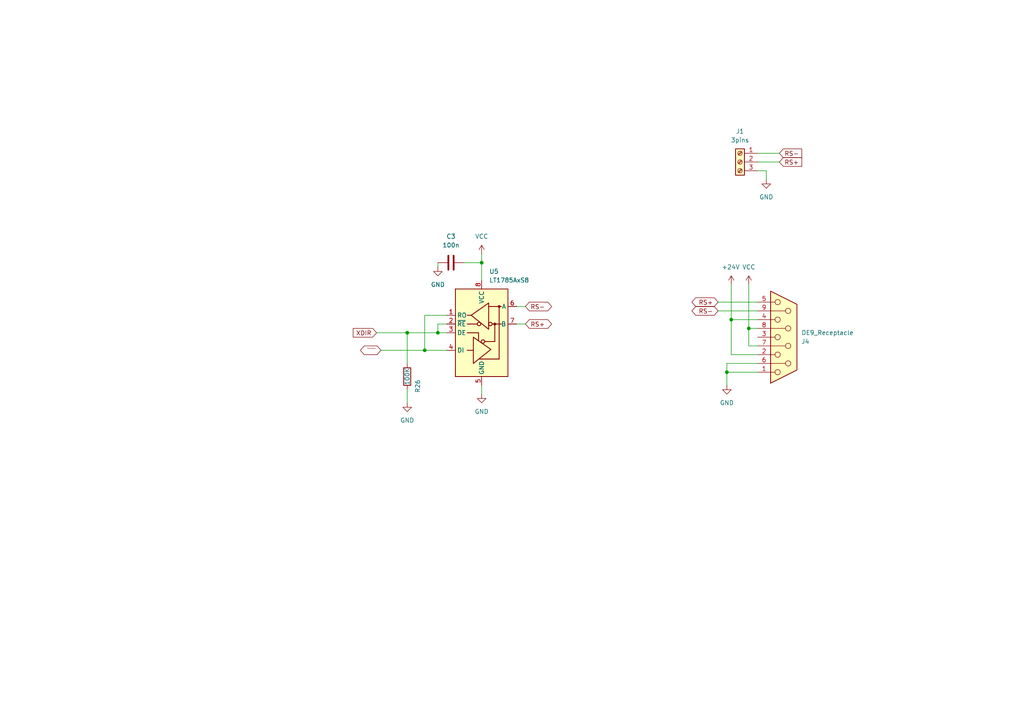
<source format=kicad_sch>
(kicad_sch
	(version 20231120)
	(generator "eeschema")
	(generator_version "8.0")
	(uuid "b64f4c96-578b-466d-be38-bb3f1d7d9728")
	(paper "A4")
	(lib_symbols
		(symbol "Connector:DE9_Receptacle"
			(pin_names
				(offset 1.016) hide)
			(exclude_from_sim no)
			(in_bom yes)
			(on_board yes)
			(property "Reference" "J"
				(at 0 13.97 0)
				(effects
					(font
						(size 1.27 1.27)
					)
				)
			)
			(property "Value" "DE9_Receptacle"
				(at 0 -14.605 0)
				(effects
					(font
						(size 1.27 1.27)
					)
				)
			)
			(property "Footprint" ""
				(at 0 0 0)
				(effects
					(font
						(size 1.27 1.27)
					)
					(hide yes)
				)
			)
			(property "Datasheet" "~"
				(at 0 0 0)
				(effects
					(font
						(size 1.27 1.27)
					)
					(hide yes)
				)
			)
			(property "Description" "9-pin female receptacle socket D-SUB connector"
				(at 0 0 0)
				(effects
					(font
						(size 1.27 1.27)
					)
					(hide yes)
				)
			)
			(property "ki_keywords" "connector receptacle female D-SUB DB9"
				(at 0 0 0)
				(effects
					(font
						(size 1.27 1.27)
					)
					(hide yes)
				)
			)
			(property "ki_fp_filters" "DSUB*Female*"
				(at 0 0 0)
				(effects
					(font
						(size 1.27 1.27)
					)
					(hide yes)
				)
			)
			(symbol "DE9_Receptacle_0_1"
				(circle
					(center -1.778 -10.16)
					(radius 0.762)
					(stroke
						(width 0)
						(type default)
					)
					(fill
						(type none)
					)
				)
				(circle
					(center -1.778 -5.08)
					(radius 0.762)
					(stroke
						(width 0)
						(type default)
					)
					(fill
						(type none)
					)
				)
				(circle
					(center -1.778 0)
					(radius 0.762)
					(stroke
						(width 0)
						(type default)
					)
					(fill
						(type none)
					)
				)
				(circle
					(center -1.778 5.08)
					(radius 0.762)
					(stroke
						(width 0)
						(type default)
					)
					(fill
						(type none)
					)
				)
				(circle
					(center -1.778 10.16)
					(radius 0.762)
					(stroke
						(width 0)
						(type default)
					)
					(fill
						(type none)
					)
				)
				(polyline
					(pts
						(xy -3.81 -10.16) (xy -2.54 -10.16)
					)
					(stroke
						(width 0)
						(type default)
					)
					(fill
						(type none)
					)
				)
				(polyline
					(pts
						(xy -3.81 -7.62) (xy 0.508 -7.62)
					)
					(stroke
						(width 0)
						(type default)
					)
					(fill
						(type none)
					)
				)
				(polyline
					(pts
						(xy -3.81 -5.08) (xy -2.54 -5.08)
					)
					(stroke
						(width 0)
						(type default)
					)
					(fill
						(type none)
					)
				)
				(polyline
					(pts
						(xy -3.81 -2.54) (xy 0.508 -2.54)
					)
					(stroke
						(width 0)
						(type default)
					)
					(fill
						(type none)
					)
				)
				(polyline
					(pts
						(xy -3.81 0) (xy -2.54 0)
					)
					(stroke
						(width 0)
						(type default)
					)
					(fill
						(type none)
					)
				)
				(polyline
					(pts
						(xy -3.81 2.54) (xy 0.508 2.54)
					)
					(stroke
						(width 0)
						(type default)
					)
					(fill
						(type none)
					)
				)
				(polyline
					(pts
						(xy -3.81 5.08) (xy -2.54 5.08)
					)
					(stroke
						(width 0)
						(type default)
					)
					(fill
						(type none)
					)
				)
				(polyline
					(pts
						(xy -3.81 7.62) (xy 0.508 7.62)
					)
					(stroke
						(width 0)
						(type default)
					)
					(fill
						(type none)
					)
				)
				(polyline
					(pts
						(xy -3.81 10.16) (xy -2.54 10.16)
					)
					(stroke
						(width 0)
						(type default)
					)
					(fill
						(type none)
					)
				)
				(polyline
					(pts
						(xy -3.81 13.335) (xy -3.81 -13.335) (xy 3.81 -9.525) (xy 3.81 9.525) (xy -3.81 13.335)
					)
					(stroke
						(width 0.254)
						(type default)
					)
					(fill
						(type background)
					)
				)
				(circle
					(center 1.27 -7.62)
					(radius 0.762)
					(stroke
						(width 0)
						(type default)
					)
					(fill
						(type none)
					)
				)
				(circle
					(center 1.27 -2.54)
					(radius 0.762)
					(stroke
						(width 0)
						(type default)
					)
					(fill
						(type none)
					)
				)
				(circle
					(center 1.27 2.54)
					(radius 0.762)
					(stroke
						(width 0)
						(type default)
					)
					(fill
						(type none)
					)
				)
				(circle
					(center 1.27 7.62)
					(radius 0.762)
					(stroke
						(width 0)
						(type default)
					)
					(fill
						(type none)
					)
				)
			)
			(symbol "DE9_Receptacle_1_1"
				(pin passive line
					(at -7.62 10.16 0)
					(length 3.81)
					(name "1"
						(effects
							(font
								(size 1.27 1.27)
							)
						)
					)
					(number "1"
						(effects
							(font
								(size 1.27 1.27)
							)
						)
					)
				)
				(pin passive line
					(at -7.62 5.08 0)
					(length 3.81)
					(name "2"
						(effects
							(font
								(size 1.27 1.27)
							)
						)
					)
					(number "2"
						(effects
							(font
								(size 1.27 1.27)
							)
						)
					)
				)
				(pin passive line
					(at -7.62 0 0)
					(length 3.81)
					(name "3"
						(effects
							(font
								(size 1.27 1.27)
							)
						)
					)
					(number "3"
						(effects
							(font
								(size 1.27 1.27)
							)
						)
					)
				)
				(pin passive line
					(at -7.62 -5.08 0)
					(length 3.81)
					(name "4"
						(effects
							(font
								(size 1.27 1.27)
							)
						)
					)
					(number "4"
						(effects
							(font
								(size 1.27 1.27)
							)
						)
					)
				)
				(pin passive line
					(at -7.62 -10.16 0)
					(length 3.81)
					(name "5"
						(effects
							(font
								(size 1.27 1.27)
							)
						)
					)
					(number "5"
						(effects
							(font
								(size 1.27 1.27)
							)
						)
					)
				)
				(pin passive line
					(at -7.62 7.62 0)
					(length 3.81)
					(name "6"
						(effects
							(font
								(size 1.27 1.27)
							)
						)
					)
					(number "6"
						(effects
							(font
								(size 1.27 1.27)
							)
						)
					)
				)
				(pin passive line
					(at -7.62 2.54 0)
					(length 3.81)
					(name "7"
						(effects
							(font
								(size 1.27 1.27)
							)
						)
					)
					(number "7"
						(effects
							(font
								(size 1.27 1.27)
							)
						)
					)
				)
				(pin passive line
					(at -7.62 -2.54 0)
					(length 3.81)
					(name "8"
						(effects
							(font
								(size 1.27 1.27)
							)
						)
					)
					(number "8"
						(effects
							(font
								(size 1.27 1.27)
							)
						)
					)
				)
				(pin passive line
					(at -7.62 -7.62 0)
					(length 3.81)
					(name "9"
						(effects
							(font
								(size 1.27 1.27)
							)
						)
					)
					(number "9"
						(effects
							(font
								(size 1.27 1.27)
							)
						)
					)
				)
			)
		)
		(symbol "Connector:Screw_Terminal_01x03"
			(pin_names
				(offset 1.016) hide)
			(exclude_from_sim no)
			(in_bom yes)
			(on_board yes)
			(property "Reference" "J"
				(at 0 5.08 0)
				(effects
					(font
						(size 1.27 1.27)
					)
				)
			)
			(property "Value" "Screw_Terminal_01x03"
				(at 0 -5.08 0)
				(effects
					(font
						(size 1.27 1.27)
					)
				)
			)
			(property "Footprint" ""
				(at 0 0 0)
				(effects
					(font
						(size 1.27 1.27)
					)
					(hide yes)
				)
			)
			(property "Datasheet" "~"
				(at 0 0 0)
				(effects
					(font
						(size 1.27 1.27)
					)
					(hide yes)
				)
			)
			(property "Description" "Generic screw terminal, single row, 01x03, script generated (kicad-library-utils/schlib/autogen/connector/)"
				(at 0 0 0)
				(effects
					(font
						(size 1.27 1.27)
					)
					(hide yes)
				)
			)
			(property "ki_keywords" "screw terminal"
				(at 0 0 0)
				(effects
					(font
						(size 1.27 1.27)
					)
					(hide yes)
				)
			)
			(property "ki_fp_filters" "TerminalBlock*:*"
				(at 0 0 0)
				(effects
					(font
						(size 1.27 1.27)
					)
					(hide yes)
				)
			)
			(symbol "Screw_Terminal_01x03_1_1"
				(rectangle
					(start -1.27 3.81)
					(end 1.27 -3.81)
					(stroke
						(width 0.254)
						(type default)
					)
					(fill
						(type background)
					)
				)
				(circle
					(center 0 -2.54)
					(radius 0.635)
					(stroke
						(width 0.1524)
						(type default)
					)
					(fill
						(type none)
					)
				)
				(polyline
					(pts
						(xy -0.5334 -2.2098) (xy 0.3302 -3.048)
					)
					(stroke
						(width 0.1524)
						(type default)
					)
					(fill
						(type none)
					)
				)
				(polyline
					(pts
						(xy -0.5334 0.3302) (xy 0.3302 -0.508)
					)
					(stroke
						(width 0.1524)
						(type default)
					)
					(fill
						(type none)
					)
				)
				(polyline
					(pts
						(xy -0.5334 2.8702) (xy 0.3302 2.032)
					)
					(stroke
						(width 0.1524)
						(type default)
					)
					(fill
						(type none)
					)
				)
				(polyline
					(pts
						(xy -0.3556 -2.032) (xy 0.508 -2.8702)
					)
					(stroke
						(width 0.1524)
						(type default)
					)
					(fill
						(type none)
					)
				)
				(polyline
					(pts
						(xy -0.3556 0.508) (xy 0.508 -0.3302)
					)
					(stroke
						(width 0.1524)
						(type default)
					)
					(fill
						(type none)
					)
				)
				(polyline
					(pts
						(xy -0.3556 3.048) (xy 0.508 2.2098)
					)
					(stroke
						(width 0.1524)
						(type default)
					)
					(fill
						(type none)
					)
				)
				(circle
					(center 0 0)
					(radius 0.635)
					(stroke
						(width 0.1524)
						(type default)
					)
					(fill
						(type none)
					)
				)
				(circle
					(center 0 2.54)
					(radius 0.635)
					(stroke
						(width 0.1524)
						(type default)
					)
					(fill
						(type none)
					)
				)
				(pin passive line
					(at -5.08 2.54 0)
					(length 3.81)
					(name "Pin_1"
						(effects
							(font
								(size 1.27 1.27)
							)
						)
					)
					(number "1"
						(effects
							(font
								(size 1.27 1.27)
							)
						)
					)
				)
				(pin passive line
					(at -5.08 0 0)
					(length 3.81)
					(name "Pin_2"
						(effects
							(font
								(size 1.27 1.27)
							)
						)
					)
					(number "2"
						(effects
							(font
								(size 1.27 1.27)
							)
						)
					)
				)
				(pin passive line
					(at -5.08 -2.54 0)
					(length 3.81)
					(name "Pin_3"
						(effects
							(font
								(size 1.27 1.27)
							)
						)
					)
					(number "3"
						(effects
							(font
								(size 1.27 1.27)
							)
						)
					)
				)
			)
		)
		(symbol "Device:C"
			(pin_numbers hide)
			(pin_names
				(offset 0.254)
			)
			(exclude_from_sim no)
			(in_bom yes)
			(on_board yes)
			(property "Reference" "C"
				(at 0.635 2.54 0)
				(effects
					(font
						(size 1.27 1.27)
					)
					(justify left)
				)
			)
			(property "Value" "C"
				(at 0.635 -2.54 0)
				(effects
					(font
						(size 1.27 1.27)
					)
					(justify left)
				)
			)
			(property "Footprint" ""
				(at 0.9652 -3.81 0)
				(effects
					(font
						(size 1.27 1.27)
					)
					(hide yes)
				)
			)
			(property "Datasheet" "~"
				(at 0 0 0)
				(effects
					(font
						(size 1.27 1.27)
					)
					(hide yes)
				)
			)
			(property "Description" "Unpolarized capacitor"
				(at 0 0 0)
				(effects
					(font
						(size 1.27 1.27)
					)
					(hide yes)
				)
			)
			(property "ki_keywords" "cap capacitor"
				(at 0 0 0)
				(effects
					(font
						(size 1.27 1.27)
					)
					(hide yes)
				)
			)
			(property "ki_fp_filters" "C_*"
				(at 0 0 0)
				(effects
					(font
						(size 1.27 1.27)
					)
					(hide yes)
				)
			)
			(symbol "C_0_1"
				(polyline
					(pts
						(xy -2.032 -0.762) (xy 2.032 -0.762)
					)
					(stroke
						(width 0.508)
						(type default)
					)
					(fill
						(type none)
					)
				)
				(polyline
					(pts
						(xy -2.032 0.762) (xy 2.032 0.762)
					)
					(stroke
						(width 0.508)
						(type default)
					)
					(fill
						(type none)
					)
				)
			)
			(symbol "C_1_1"
				(pin passive line
					(at 0 3.81 270)
					(length 2.794)
					(name "~"
						(effects
							(font
								(size 1.27 1.27)
							)
						)
					)
					(number "1"
						(effects
							(font
								(size 1.27 1.27)
							)
						)
					)
				)
				(pin passive line
					(at 0 -3.81 90)
					(length 2.794)
					(name "~"
						(effects
							(font
								(size 1.27 1.27)
							)
						)
					)
					(number "2"
						(effects
							(font
								(size 1.27 1.27)
							)
						)
					)
				)
			)
		)
		(symbol "Device:R"
			(pin_numbers hide)
			(pin_names
				(offset 0)
			)
			(exclude_from_sim no)
			(in_bom yes)
			(on_board yes)
			(property "Reference" "R"
				(at 2.032 0 90)
				(effects
					(font
						(size 1.27 1.27)
					)
				)
			)
			(property "Value" "R"
				(at 0 0 90)
				(effects
					(font
						(size 1.27 1.27)
					)
				)
			)
			(property "Footprint" ""
				(at -1.778 0 90)
				(effects
					(font
						(size 1.27 1.27)
					)
					(hide yes)
				)
			)
			(property "Datasheet" "~"
				(at 0 0 0)
				(effects
					(font
						(size 1.27 1.27)
					)
					(hide yes)
				)
			)
			(property "Description" "Resistor"
				(at 0 0 0)
				(effects
					(font
						(size 1.27 1.27)
					)
					(hide yes)
				)
			)
			(property "ki_keywords" "R res resistor"
				(at 0 0 0)
				(effects
					(font
						(size 1.27 1.27)
					)
					(hide yes)
				)
			)
			(property "ki_fp_filters" "R_*"
				(at 0 0 0)
				(effects
					(font
						(size 1.27 1.27)
					)
					(hide yes)
				)
			)
			(symbol "R_0_1"
				(rectangle
					(start -1.016 -2.54)
					(end 1.016 2.54)
					(stroke
						(width 0.254)
						(type default)
					)
					(fill
						(type none)
					)
				)
			)
			(symbol "R_1_1"
				(pin passive line
					(at 0 3.81 270)
					(length 1.27)
					(name "~"
						(effects
							(font
								(size 1.27 1.27)
							)
						)
					)
					(number "1"
						(effects
							(font
								(size 1.27 1.27)
							)
						)
					)
				)
				(pin passive line
					(at 0 -3.81 90)
					(length 1.27)
					(name "~"
						(effects
							(font
								(size 1.27 1.27)
							)
						)
					)
					(number "2"
						(effects
							(font
								(size 1.27 1.27)
							)
						)
					)
				)
			)
		)
		(symbol "Interface_UART:LT1785AxS8"
			(exclude_from_sim no)
			(in_bom yes)
			(on_board yes)
			(property "Reference" "U"
				(at -6.985 13.97 0)
				(effects
					(font
						(size 1.27 1.27)
					)
				)
			)
			(property "Value" "LT1785AxS8"
				(at 7.62 13.97 0)
				(effects
					(font
						(size 1.27 1.27)
					)
				)
			)
			(property "Footprint" "Package_SO:SOIC-8_3.9x4.9mm_P1.27mm"
				(at 0 -22.86 0)
				(effects
					(font
						(size 1.27 1.27)
					)
					(hide yes)
				)
			)
			(property "Datasheet" "https://www.analog.com/media/en/technical-documentation/data-sheets/LT1785-1785A-1791-1791A.pdf"
				(at -12.7 2.54 0)
				(effects
					(font
						(size 1.27 1.27)
					)
					(hide yes)
				)
			)
			(property "Description" "RS-485, RS-422 Half duplex 250kbps transceiver, fail-safe receiver, SOIC-8"
				(at 0 0 0)
				(effects
					(font
						(size 1.27 1.27)
					)
					(hide yes)
				)
			)
			(property "ki_keywords" "RS485 RS422 transceiver half duplex"
				(at 0 0 0)
				(effects
					(font
						(size 1.27 1.27)
					)
					(hide yes)
				)
			)
			(property "ki_fp_filters" "SOIC*3.9x4.9mm*P1.27mm*"
				(at 0 0 0)
				(effects
					(font
						(size 1.27 1.27)
					)
					(hide yes)
				)
			)
			(symbol "LT1785AxS8_0_1"
				(rectangle
					(start -7.62 12.7)
					(end 7.62 -12.7)
					(stroke
						(width 0.254)
						(type default)
					)
					(fill
						(type background)
					)
				)
				(polyline
					(pts
						(xy -4.191 2.54) (xy -1.27 2.54)
					)
					(stroke
						(width 0.254)
						(type default)
					)
					(fill
						(type none)
					)
				)
				(polyline
					(pts
						(xy -2.54 -5.08) (xy -4.191 -5.08)
					)
					(stroke
						(width 0.254)
						(type default)
					)
					(fill
						(type none)
					)
				)
				(polyline
					(pts
						(xy -0.635 -7.62) (xy 5.08 -7.62)
					)
					(stroke
						(width 0.254)
						(type default)
					)
					(fill
						(type none)
					)
				)
				(polyline
					(pts
						(xy 0.889 -2.54) (xy 3.81 -2.54)
					)
					(stroke
						(width 0.254)
						(type default)
					)
					(fill
						(type none)
					)
				)
				(polyline
					(pts
						(xy 2.032 7.62) (xy 5.715 7.62)
					)
					(stroke
						(width 0.254)
						(type default)
					)
					(fill
						(type none)
					)
				)
				(polyline
					(pts
						(xy 3.048 2.54) (xy 5.715 2.54)
					)
					(stroke
						(width 0.254)
						(type default)
					)
					(fill
						(type none)
					)
				)
				(polyline
					(pts
						(xy 3.81 -2.54) (xy 3.81 2.54)
					)
					(stroke
						(width 0.254)
						(type default)
					)
					(fill
						(type none)
					)
				)
				(polyline
					(pts
						(xy 5.08 -7.62) (xy 5.08 7.62)
					)
					(stroke
						(width 0.254)
						(type default)
					)
					(fill
						(type none)
					)
				)
				(polyline
					(pts
						(xy -4.191 0) (xy -0.889 0) (xy -0.889 -2.286)
					)
					(stroke
						(width 0.254)
						(type default)
					)
					(fill
						(type none)
					)
				)
				(polyline
					(pts
						(xy -3.175 5.08) (xy -4.191 5.08) (xy -4.064 5.08)
					)
					(stroke
						(width 0.254)
						(type default)
					)
					(fill
						(type none)
					)
				)
				(polyline
					(pts
						(xy -2.413 -5.08) (xy -2.413 -1.27) (xy 2.667 -4.826) (xy -2.413 -8.89) (xy -2.413 -5.08)
					)
					(stroke
						(width 0.254)
						(type default)
					)
					(fill
						(type none)
					)
				)
				(circle
					(center 0.381 -2.54)
					(radius 0.508)
					(stroke
						(width 0.254)
						(type default)
					)
					(fill
						(type none)
					)
				)
				(circle
					(center 3.81 2.54)
					(radius 0.2794)
					(stroke
						(width 0.254)
						(type default)
					)
					(fill
						(type outline)
					)
				)
			)
			(symbol "LT1785AxS8_1_1"
				(circle
					(center -0.762 2.54)
					(radius 0.508)
					(stroke
						(width 0.254)
						(type default)
					)
					(fill
						(type none)
					)
				)
				(polyline
					(pts
						(xy 2.032 4.826) (xy 2.032 8.636) (xy -3.048 5.08) (xy 2.032 1.016) (xy 2.032 4.826)
					)
					(stroke
						(width 0.254)
						(type default)
					)
					(fill
						(type none)
					)
				)
				(circle
					(center 2.54 2.54)
					(radius 0.508)
					(stroke
						(width 0.254)
						(type default)
					)
					(fill
						(type none)
					)
				)
				(circle
					(center 5.08 7.62)
					(radius 0.2794)
					(stroke
						(width 0.254)
						(type default)
					)
					(fill
						(type outline)
					)
				)
				(pin output line
					(at -10.16 5.08 0)
					(length 2.54)
					(name "RO"
						(effects
							(font
								(size 1.27 1.27)
							)
						)
					)
					(number "1"
						(effects
							(font
								(size 1.27 1.27)
							)
						)
					)
				)
				(pin input line
					(at -10.16 2.54 0)
					(length 2.54)
					(name "~{RE}"
						(effects
							(font
								(size 1.27 1.27)
							)
						)
					)
					(number "2"
						(effects
							(font
								(size 1.27 1.27)
							)
						)
					)
				)
				(pin input line
					(at -10.16 0 0)
					(length 2.54)
					(name "DE"
						(effects
							(font
								(size 1.27 1.27)
							)
						)
					)
					(number "3"
						(effects
							(font
								(size 1.27 1.27)
							)
						)
					)
				)
				(pin input line
					(at -10.16 -5.08 0)
					(length 2.54)
					(name "DI"
						(effects
							(font
								(size 1.27 1.27)
							)
						)
					)
					(number "4"
						(effects
							(font
								(size 1.27 1.27)
							)
						)
					)
				)
				(pin power_in line
					(at 0 -15.24 90)
					(length 2.54)
					(name "GND"
						(effects
							(font
								(size 1.27 1.27)
							)
						)
					)
					(number "5"
						(effects
							(font
								(size 1.27 1.27)
							)
						)
					)
				)
				(pin bidirectional line
					(at 10.16 7.62 180)
					(length 2.54)
					(name "A"
						(effects
							(font
								(size 1.27 1.27)
							)
						)
					)
					(number "6"
						(effects
							(font
								(size 1.27 1.27)
							)
						)
					)
				)
				(pin bidirectional line
					(at 10.16 2.54 180)
					(length 2.54)
					(name "B"
						(effects
							(font
								(size 1.27 1.27)
							)
						)
					)
					(number "7"
						(effects
							(font
								(size 1.27 1.27)
							)
						)
					)
				)
				(pin power_in line
					(at 0 15.24 270)
					(length 2.54)
					(name "VCC"
						(effects
							(font
								(size 1.27 1.27)
							)
						)
					)
					(number "8"
						(effects
							(font
								(size 1.27 1.27)
							)
						)
					)
				)
			)
		)
		(symbol "power:GND"
			(power)
			(pin_numbers hide)
			(pin_names
				(offset 0) hide)
			(exclude_from_sim no)
			(in_bom yes)
			(on_board yes)
			(property "Reference" "#PWR"
				(at 0 -6.35 0)
				(effects
					(font
						(size 1.27 1.27)
					)
					(hide yes)
				)
			)
			(property "Value" "GND"
				(at 0 -3.81 0)
				(effects
					(font
						(size 1.27 1.27)
					)
				)
			)
			(property "Footprint" ""
				(at 0 0 0)
				(effects
					(font
						(size 1.27 1.27)
					)
					(hide yes)
				)
			)
			(property "Datasheet" ""
				(at 0 0 0)
				(effects
					(font
						(size 1.27 1.27)
					)
					(hide yes)
				)
			)
			(property "Description" "Power symbol creates a global label with name \"GND\" , ground"
				(at 0 0 0)
				(effects
					(font
						(size 1.27 1.27)
					)
					(hide yes)
				)
			)
			(property "ki_keywords" "global power"
				(at 0 0 0)
				(effects
					(font
						(size 1.27 1.27)
					)
					(hide yes)
				)
			)
			(symbol "GND_0_1"
				(polyline
					(pts
						(xy 0 0) (xy 0 -1.27) (xy 1.27 -1.27) (xy 0 -2.54) (xy -1.27 -1.27) (xy 0 -1.27)
					)
					(stroke
						(width 0)
						(type default)
					)
					(fill
						(type none)
					)
				)
			)
			(symbol "GND_1_1"
				(pin power_in line
					(at 0 0 270)
					(length 0)
					(name "~"
						(effects
							(font
								(size 1.27 1.27)
							)
						)
					)
					(number "1"
						(effects
							(font
								(size 1.27 1.27)
							)
						)
					)
				)
			)
		)
		(symbol "power:VCC"
			(power)
			(pin_numbers hide)
			(pin_names
				(offset 0) hide)
			(exclude_from_sim no)
			(in_bom yes)
			(on_board yes)
			(property "Reference" "#PWR"
				(at 0 -3.81 0)
				(effects
					(font
						(size 1.27 1.27)
					)
					(hide yes)
				)
			)
			(property "Value" "VCC"
				(at 0 3.556 0)
				(effects
					(font
						(size 1.27 1.27)
					)
				)
			)
			(property "Footprint" ""
				(at 0 0 0)
				(effects
					(font
						(size 1.27 1.27)
					)
					(hide yes)
				)
			)
			(property "Datasheet" ""
				(at 0 0 0)
				(effects
					(font
						(size 1.27 1.27)
					)
					(hide yes)
				)
			)
			(property "Description" "Power symbol creates a global label with name \"VCC\""
				(at 0 0 0)
				(effects
					(font
						(size 1.27 1.27)
					)
					(hide yes)
				)
			)
			(property "ki_keywords" "global power"
				(at 0 0 0)
				(effects
					(font
						(size 1.27 1.27)
					)
					(hide yes)
				)
			)
			(symbol "VCC_0_1"
				(polyline
					(pts
						(xy -0.762 1.27) (xy 0 2.54)
					)
					(stroke
						(width 0)
						(type default)
					)
					(fill
						(type none)
					)
				)
				(polyline
					(pts
						(xy 0 0) (xy 0 2.54)
					)
					(stroke
						(width 0)
						(type default)
					)
					(fill
						(type none)
					)
				)
				(polyline
					(pts
						(xy 0 2.54) (xy 0.762 1.27)
					)
					(stroke
						(width 0)
						(type default)
					)
					(fill
						(type none)
					)
				)
			)
			(symbol "VCC_1_1"
				(pin power_in line
					(at 0 0 90)
					(length 0)
					(name "~"
						(effects
							(font
								(size 1.27 1.27)
							)
						)
					)
					(number "1"
						(effects
							(font
								(size 1.27 1.27)
							)
						)
					)
				)
			)
		)
		(symbol "power:VDD"
			(power)
			(pin_numbers hide)
			(pin_names
				(offset 0) hide)
			(exclude_from_sim no)
			(in_bom yes)
			(on_board yes)
			(property "Reference" "#PWR"
				(at 0 -3.81 0)
				(effects
					(font
						(size 1.27 1.27)
					)
					(hide yes)
				)
			)
			(property "Value" "VDD"
				(at 0 3.556 0)
				(effects
					(font
						(size 1.27 1.27)
					)
				)
			)
			(property "Footprint" ""
				(at 0 0 0)
				(effects
					(font
						(size 1.27 1.27)
					)
					(hide yes)
				)
			)
			(property "Datasheet" ""
				(at 0 0 0)
				(effects
					(font
						(size 1.27 1.27)
					)
					(hide yes)
				)
			)
			(property "Description" "Power symbol creates a global label with name \"VDD\""
				(at 0 0 0)
				(effects
					(font
						(size 1.27 1.27)
					)
					(hide yes)
				)
			)
			(property "ki_keywords" "global power"
				(at 0 0 0)
				(effects
					(font
						(size 1.27 1.27)
					)
					(hide yes)
				)
			)
			(symbol "VDD_0_1"
				(polyline
					(pts
						(xy -0.762 1.27) (xy 0 2.54)
					)
					(stroke
						(width 0)
						(type default)
					)
					(fill
						(type none)
					)
				)
				(polyline
					(pts
						(xy 0 0) (xy 0 2.54)
					)
					(stroke
						(width 0)
						(type default)
					)
					(fill
						(type none)
					)
				)
				(polyline
					(pts
						(xy 0 2.54) (xy 0.762 1.27)
					)
					(stroke
						(width 0)
						(type default)
					)
					(fill
						(type none)
					)
				)
			)
			(symbol "VDD_1_1"
				(pin power_in line
					(at 0 0 90)
					(length 0)
					(name "~"
						(effects
							(font
								(size 1.27 1.27)
							)
						)
					)
					(number "1"
						(effects
							(font
								(size 1.27 1.27)
							)
						)
					)
				)
			)
		)
	)
	(junction
		(at 118.11 96.52)
		(diameter 0)
		(color 0 0 0 0)
		(uuid "049b88af-8c2f-458c-8d9b-b6565d2280ba")
	)
	(junction
		(at 210.82 107.95)
		(diameter 0)
		(color 0 0 0 0)
		(uuid "293b3364-1201-4276-b313-66d6ef8726a8")
	)
	(junction
		(at 127 96.52)
		(diameter 0)
		(color 0 0 0 0)
		(uuid "30fe1885-0a23-40d2-b696-7c21c398defa")
	)
	(junction
		(at 139.7 76.2)
		(diameter 0)
		(color 0 0 0 0)
		(uuid "6745be47-5a6e-4f99-8dc3-6c1068ba248c")
	)
	(junction
		(at 217.17 95.25)
		(diameter 0)
		(color 0 0 0 0)
		(uuid "907a3eeb-c331-4bbf-896a-c61378d1f124")
	)
	(junction
		(at 123.19 101.6)
		(diameter 0)
		(color 0 0 0 0)
		(uuid "993e474f-fdb2-4570-8f4b-4cad25fec222")
	)
	(junction
		(at 212.09 92.71)
		(diameter 0)
		(color 0 0 0 0)
		(uuid "e6ab977a-6dda-4883-b35f-f427fa3a93f9")
	)
	(wire
		(pts
			(xy 210.82 107.95) (xy 219.71 107.95)
		)
		(stroke
			(width 0)
			(type default)
		)
		(uuid "119ea52f-5160-47fe-9e78-f8a0cc79f8bd")
	)
	(wire
		(pts
			(xy 217.17 100.33) (xy 219.71 100.33)
		)
		(stroke
			(width 0)
			(type default)
		)
		(uuid "1a6db1d4-e7cf-4892-9328-e993ee2beb33")
	)
	(wire
		(pts
			(xy 208.28 90.17) (xy 219.71 90.17)
		)
		(stroke
			(width 0)
			(type default)
		)
		(uuid "21625600-fb03-4f72-bb94-845e0369b4e1")
	)
	(wire
		(pts
			(xy 139.7 111.76) (xy 139.7 114.3)
		)
		(stroke
			(width 0)
			(type default)
		)
		(uuid "260e9bf4-eb52-46aa-b00d-3e845a49798e")
	)
	(wire
		(pts
			(xy 210.82 105.41) (xy 210.82 107.95)
		)
		(stroke
			(width 0)
			(type default)
		)
		(uuid "28adff70-f037-465b-ac27-978f71730fb0")
	)
	(wire
		(pts
			(xy 212.09 92.71) (xy 212.09 102.87)
		)
		(stroke
			(width 0)
			(type default)
		)
		(uuid "309aa17e-85ad-44f0-ba50-3d3b2932a007")
	)
	(wire
		(pts
			(xy 212.09 82.55) (xy 212.09 92.71)
		)
		(stroke
			(width 0)
			(type default)
		)
		(uuid "376226e3-4337-413d-b232-2de0873ffa82")
	)
	(wire
		(pts
			(xy 127 96.52) (xy 129.54 96.52)
		)
		(stroke
			(width 0)
			(type default)
		)
		(uuid "37c039f9-1be6-4a9f-a2a1-e3f5bcda3794")
	)
	(wire
		(pts
			(xy 217.17 95.25) (xy 217.17 100.33)
		)
		(stroke
			(width 0)
			(type default)
		)
		(uuid "39859cf2-de3d-4a2c-a6c8-ccd30b33736b")
	)
	(wire
		(pts
			(xy 219.71 46.99) (xy 226.06 46.99)
		)
		(stroke
			(width 0)
			(type default)
		)
		(uuid "3dacd63d-41c1-4bc5-89e7-28097e57f08b")
	)
	(wire
		(pts
			(xy 210.82 107.95) (xy 210.82 111.76)
		)
		(stroke
			(width 0)
			(type default)
		)
		(uuid "455ee55d-d826-4186-8143-dca967bf43ac")
	)
	(wire
		(pts
			(xy 110.49 101.6) (xy 123.19 101.6)
		)
		(stroke
			(width 0)
			(type default)
		)
		(uuid "46ad49fa-272a-488a-a4d7-7a7aabb5520b")
	)
	(wire
		(pts
			(xy 208.28 87.63) (xy 219.71 87.63)
		)
		(stroke
			(width 0)
			(type default)
		)
		(uuid "514440ef-4f3c-425f-afa6-24dadda4dfb4")
	)
	(wire
		(pts
			(xy 219.71 49.53) (xy 222.25 49.53)
		)
		(stroke
			(width 0)
			(type default)
		)
		(uuid "542821b2-0ac6-46e9-8d93-6cf80920916a")
	)
	(wire
		(pts
			(xy 217.17 95.25) (xy 219.71 95.25)
		)
		(stroke
			(width 0)
			(type default)
		)
		(uuid "62bee388-5118-4f3c-8e96-0bc5eaf83c7f")
	)
	(wire
		(pts
			(xy 134.62 76.2) (xy 139.7 76.2)
		)
		(stroke
			(width 0)
			(type default)
		)
		(uuid "643d56c5-2e68-4dd9-b6d4-acc80e8ecdb8")
	)
	(wire
		(pts
			(xy 118.11 105.41) (xy 118.11 96.52)
		)
		(stroke
			(width 0)
			(type default)
		)
		(uuid "67d3845b-4ab2-4a35-aad5-832c4f8e2709")
	)
	(wire
		(pts
			(xy 217.17 82.55) (xy 217.17 95.25)
		)
		(stroke
			(width 0)
			(type default)
		)
		(uuid "6d2d361c-0584-43f0-bb94-ba2e5975e85f")
	)
	(wire
		(pts
			(xy 212.09 102.87) (xy 219.71 102.87)
		)
		(stroke
			(width 0)
			(type default)
		)
		(uuid "8c792187-5c46-4e7f-bea4-2badfb3bcd6b")
	)
	(wire
		(pts
			(xy 152.4 88.9) (xy 149.86 88.9)
		)
		(stroke
			(width 0)
			(type default)
		)
		(uuid "97390ec8-3634-45a4-a36a-37368049524a")
	)
	(wire
		(pts
			(xy 127 93.98) (xy 127 96.52)
		)
		(stroke
			(width 0)
			(type default)
		)
		(uuid "976500d6-800b-4651-8323-42b667408fcc")
	)
	(wire
		(pts
			(xy 109.22 96.52) (xy 118.11 96.52)
		)
		(stroke
			(width 0)
			(type default)
		)
		(uuid "99f2aae2-2baa-4408-a84a-d27f7bfeebdd")
	)
	(wire
		(pts
			(xy 118.11 113.03) (xy 118.11 116.84)
		)
		(stroke
			(width 0)
			(type default)
		)
		(uuid "a1d631d8-ac14-4015-90b4-4a24c8e5dd20")
	)
	(wire
		(pts
			(xy 129.54 101.6) (xy 123.19 101.6)
		)
		(stroke
			(width 0)
			(type default)
		)
		(uuid "a66a2094-52aa-43f3-991c-a440cb6e56ef")
	)
	(wire
		(pts
			(xy 129.54 93.98) (xy 127 93.98)
		)
		(stroke
			(width 0)
			(type default)
		)
		(uuid "ae654702-a36e-4c4c-b14d-bbb5902439e8")
	)
	(wire
		(pts
			(xy 212.09 92.71) (xy 219.71 92.71)
		)
		(stroke
			(width 0)
			(type default)
		)
		(uuid "b3f6fb8a-52c9-4fe8-b118-8171e86f6277")
	)
	(wire
		(pts
			(xy 139.7 76.2) (xy 139.7 81.28)
		)
		(stroke
			(width 0)
			(type default)
		)
		(uuid "b63c8eb3-8cd0-4fe8-a1df-5c3a9a0debbc")
	)
	(wire
		(pts
			(xy 123.19 91.44) (xy 129.54 91.44)
		)
		(stroke
			(width 0)
			(type default)
		)
		(uuid "ba2fd5a9-4ed3-40e2-aca8-33d038165f57")
	)
	(wire
		(pts
			(xy 219.71 44.45) (xy 226.06 44.45)
		)
		(stroke
			(width 0)
			(type default)
		)
		(uuid "bc65272a-13a7-4796-b346-392ea9f89382")
	)
	(wire
		(pts
			(xy 149.86 93.98) (xy 152.4 93.98)
		)
		(stroke
			(width 0)
			(type default)
		)
		(uuid "c577bb3f-ffee-4ff7-a363-4efd6703489f")
	)
	(wire
		(pts
			(xy 222.25 49.53) (xy 222.25 52.07)
		)
		(stroke
			(width 0)
			(type default)
		)
		(uuid "d9d44698-d0e3-498b-b529-a532d608b9f1")
	)
	(wire
		(pts
			(xy 127 76.2) (xy 127 77.47)
		)
		(stroke
			(width 0)
			(type default)
		)
		(uuid "da52def2-3946-46a6-aea9-ad42fa4c8fa6")
	)
	(wire
		(pts
			(xy 118.11 96.52) (xy 127 96.52)
		)
		(stroke
			(width 0)
			(type default)
		)
		(uuid "e206ddb0-7e3d-4449-b7c9-7d6f21ae69d5")
	)
	(wire
		(pts
			(xy 219.71 105.41) (xy 210.82 105.41)
		)
		(stroke
			(width 0)
			(type default)
		)
		(uuid "ed51cf9d-a302-476c-8048-ec8eb0b80789")
	)
	(wire
		(pts
			(xy 139.7 73.66) (xy 139.7 76.2)
		)
		(stroke
			(width 0)
			(type default)
		)
		(uuid "f6bae333-92b0-4047-a992-6c86ffeb2f34")
	)
	(wire
		(pts
			(xy 123.19 101.6) (xy 123.19 91.44)
		)
		(stroke
			(width 0)
			(type default)
		)
		(uuid "fd9c13a2-775f-48a7-b440-55b10d97b5de")
	)
	(global_label "RS-"
		(shape bidirectional)
		(at 208.28 90.17 180)
		(fields_autoplaced yes)
		(effects
			(font
				(size 1.27 1.27)
			)
			(justify right)
		)
		(uuid "14b5289d-f40a-4a7d-891a-9995b30c26c2")
		(property "Intersheetrefs" "${INTERSHEET_REFS}"
			(at 200.1316 90.17 0)
			(effects
				(font
					(size 1.27 1.27)
				)
				(justify right)
				(hide yes)
			)
		)
	)
	(global_label "`````"
		(shape bidirectional)
		(at 110.49 101.6 180)
		(fields_autoplaced yes)
		(effects
			(font
				(size 1.27 1.27)
			)
			(justify right)
		)
		(uuid "36a6e7dd-93ea-45e4-be00-b36296867392")
		(property "Intersheetrefs" "${INTERSHEET_REFS}"
			(at 103.9745 101.6 0)
			(effects
				(font
					(size 1.27 1.27)
				)
				(justify right)
				(hide yes)
			)
		)
	)
	(global_label "RS+"
		(shape bidirectional)
		(at 152.4 93.98 0)
		(fields_autoplaced yes)
		(effects
			(font
				(size 1.27 1.27)
			)
			(justify left)
		)
		(uuid "45f57e2a-af27-44e1-80ee-bfd025c29c49")
		(property "Intersheetrefs" "${INTERSHEET_REFS}"
			(at 160.5484 93.98 0)
			(effects
				(font
					(size 1.27 1.27)
				)
				(justify left)
				(hide yes)
			)
		)
	)
	(global_label "RS+"
		(shape input)
		(at 226.06 46.99 0)
		(fields_autoplaced yes)
		(effects
			(font
				(size 1.27 1.27)
			)
			(justify left)
		)
		(uuid "6f244d9d-d8ee-45f4-b70e-6a0a879dcc6d")
		(property "Intersheetrefs" "${INTERSHEET_REFS}"
			(at 233.0971 46.99 0)
			(effects
				(font
					(size 1.27 1.27)
				)
				(justify left)
				(hide yes)
			)
		)
	)
	(global_label "XDIR"
		(shape input)
		(at 109.22 96.52 180)
		(fields_autoplaced yes)
		(effects
			(font
				(size 1.27 1.27)
			)
			(justify right)
		)
		(uuid "73b05be2-4d25-4484-8bf7-11e51a83340a")
		(property "Intersheetrefs" "${INTERSHEET_REFS}"
			(at 101.8805 96.52 0)
			(effects
				(font
					(size 1.27 1.27)
				)
				(justify right)
				(hide yes)
			)
		)
	)
	(global_label "RS+"
		(shape bidirectional)
		(at 208.28 87.63 180)
		(fields_autoplaced yes)
		(effects
			(font
				(size 1.27 1.27)
			)
			(justify right)
		)
		(uuid "bc30f6b9-bebb-4932-9056-46d32ef51b46")
		(property "Intersheetrefs" "${INTERSHEET_REFS}"
			(at 200.1316 87.63 0)
			(effects
				(font
					(size 1.27 1.27)
				)
				(justify right)
				(hide yes)
			)
		)
	)
	(global_label "RS-"
		(shape input)
		(at 226.06 44.45 0)
		(fields_autoplaced yes)
		(effects
			(font
				(size 1.27 1.27)
			)
			(justify left)
		)
		(uuid "d9b74780-8ed8-4497-91de-82e951c3701a")
		(property "Intersheetrefs" "${INTERSHEET_REFS}"
			(at 233.0971 44.45 0)
			(effects
				(font
					(size 1.27 1.27)
				)
				(justify left)
				(hide yes)
			)
		)
	)
	(global_label "RS-"
		(shape bidirectional)
		(at 152.4 88.9 0)
		(fields_autoplaced yes)
		(effects
			(font
				(size 1.27 1.27)
			)
			(justify left)
		)
		(uuid "ebcec1b9-7fba-4996-bb66-98f0f0416476")
		(property "Intersheetrefs" "${INTERSHEET_REFS}"
			(at 160.5484 88.9 0)
			(effects
				(font
					(size 1.27 1.27)
				)
				(justify left)
				(hide yes)
			)
		)
	)
	(symbol
		(lib_id "Connector:DE9_Receptacle")
		(at 227.33 97.79 0)
		(mirror x)
		(unit 1)
		(exclude_from_sim no)
		(in_bom yes)
		(on_board yes)
		(dnp no)
		(uuid "0877e66f-1055-4677-ba6e-8b1904b26eca")
		(property "Reference" "J4"
			(at 232.41 99.0601 0)
			(effects
				(font
					(size 1.27 1.27)
				)
				(justify left)
			)
		)
		(property "Value" "DE9_Receptacle"
			(at 232.41 96.5201 0)
			(effects
				(font
					(size 1.27 1.27)
				)
				(justify left)
			)
		)
		(property "Footprint" "Connector_Dsub:DSUB-9_Female_Vertical_P2.77x2.84mm_MountingHoles"
			(at 227.33 97.79 0)
			(effects
				(font
					(size 1.27 1.27)
				)
				(hide yes)
			)
		)
		(property "Datasheet" "~"
			(at 227.33 97.79 0)
			(effects
				(font
					(size 1.27 1.27)
				)
				(hide yes)
			)
		)
		(property "Description" "9-pin female receptacle socket D-SUB connector"
			(at 227.33 97.79 0)
			(effects
				(font
					(size 1.27 1.27)
				)
				(hide yes)
			)
		)
		(pin "3"
			(uuid "792278c2-a032-4522-ae36-95cb12805a8e")
		)
		(pin "6"
			(uuid "3abb8852-cffb-474e-b8c3-fcb12dfc4e23")
		)
		(pin "5"
			(uuid "8cfafc69-1a54-4ff6-a630-3239b4f47e01")
		)
		(pin "4"
			(uuid "d9103cab-1b2b-48be-bb99-2dd686a6b5a5")
		)
		(pin "9"
			(uuid "66ff957e-5dfe-42f0-a6ae-fff4c4f60402")
		)
		(pin "1"
			(uuid "c6ec5cb9-9d46-46f6-8f68-10fe0e6ddd0e")
		)
		(pin "8"
			(uuid "79343cea-f306-47d0-925b-3ae5f9561c1e")
		)
		(pin "2"
			(uuid "1fa9d72c-0296-4eb2-8fc6-e1eda1de7c0d")
		)
		(pin "7"
			(uuid "9c95697b-fe92-4e65-9741-8d1a3815f89f")
		)
		(instances
			(project "central_control"
				(path "/24bc57b9-acf8-493e-9df6-7015f7e1bb8a/e9bddb0b-9b24-4098-b425-b2be058a2c5e"
					(reference "J4")
					(unit 1)
				)
			)
		)
	)
	(symbol
		(lib_id "power:GND")
		(at 127 77.47 0)
		(unit 1)
		(exclude_from_sim no)
		(in_bom yes)
		(on_board yes)
		(dnp no)
		(fields_autoplaced yes)
		(uuid "10544fbd-389b-403c-a106-415c876253c9")
		(property "Reference" "#PWR017"
			(at 127 83.82 0)
			(effects
				(font
					(size 1.27 1.27)
				)
				(hide yes)
			)
		)
		(property "Value" "GND"
			(at 127 82.55 0)
			(effects
				(font
					(size 1.27 1.27)
				)
			)
		)
		(property "Footprint" ""
			(at 127 77.47 0)
			(effects
				(font
					(size 1.27 1.27)
				)
				(hide yes)
			)
		)
		(property "Datasheet" ""
			(at 127 77.47 0)
			(effects
				(font
					(size 1.27 1.27)
				)
				(hide yes)
			)
		)
		(property "Description" "Power symbol creates a global label with name \"GND\" , ground"
			(at 127 77.47 0)
			(effects
				(font
					(size 1.27 1.27)
				)
				(hide yes)
			)
		)
		(pin "1"
			(uuid "9a591c5a-3a34-47e4-9cd7-9d85eb81d393")
		)
		(instances
			(project "central_control"
				(path "/24bc57b9-acf8-493e-9df6-7015f7e1bb8a/e9bddb0b-9b24-4098-b425-b2be058a2c5e"
					(reference "#PWR017")
					(unit 1)
				)
			)
		)
	)
	(symbol
		(lib_id "power:GND")
		(at 139.7 114.3 0)
		(unit 1)
		(exclude_from_sim no)
		(in_bom yes)
		(on_board yes)
		(dnp no)
		(fields_autoplaced yes)
		(uuid "1cb03f83-2355-4044-ba3f-f5381f969e44")
		(property "Reference" "#PWR023"
			(at 139.7 120.65 0)
			(effects
				(font
					(size 1.27 1.27)
				)
				(hide yes)
			)
		)
		(property "Value" "GND"
			(at 139.7 119.38 0)
			(effects
				(font
					(size 1.27 1.27)
				)
			)
		)
		(property "Footprint" ""
			(at 139.7 114.3 0)
			(effects
				(font
					(size 1.27 1.27)
				)
				(hide yes)
			)
		)
		(property "Datasheet" ""
			(at 139.7 114.3 0)
			(effects
				(font
					(size 1.27 1.27)
				)
				(hide yes)
			)
		)
		(property "Description" "Power symbol creates a global label with name \"GND\" , ground"
			(at 139.7 114.3 0)
			(effects
				(font
					(size 1.27 1.27)
				)
				(hide yes)
			)
		)
		(pin "1"
			(uuid "2d68fe91-d2f3-4f9d-a0c5-b34e62d04deb")
		)
		(instances
			(project "central_control"
				(path "/24bc57b9-acf8-493e-9df6-7015f7e1bb8a/e9bddb0b-9b24-4098-b425-b2be058a2c5e"
					(reference "#PWR023")
					(unit 1)
				)
			)
		)
	)
	(symbol
		(lib_id "power:GND")
		(at 118.11 116.84 0)
		(unit 1)
		(exclude_from_sim no)
		(in_bom yes)
		(on_board yes)
		(dnp no)
		(fields_autoplaced yes)
		(uuid "238e02d6-f31a-42ba-ad81-ad6e8d2387ba")
		(property "Reference" "#PWR016"
			(at 118.11 123.19 0)
			(effects
				(font
					(size 1.27 1.27)
				)
				(hide yes)
			)
		)
		(property "Value" "GND"
			(at 118.11 121.92 0)
			(effects
				(font
					(size 1.27 1.27)
				)
			)
		)
		(property "Footprint" ""
			(at 118.11 116.84 0)
			(effects
				(font
					(size 1.27 1.27)
				)
				(hide yes)
			)
		)
		(property "Datasheet" ""
			(at 118.11 116.84 0)
			(effects
				(font
					(size 1.27 1.27)
				)
				(hide yes)
			)
		)
		(property "Description" "Power symbol creates a global label with name \"GND\" , ground"
			(at 118.11 116.84 0)
			(effects
				(font
					(size 1.27 1.27)
				)
				(hide yes)
			)
		)
		(pin "1"
			(uuid "8e95f4eb-40ef-4f66-ad94-dbf16a57f780")
		)
		(instances
			(project "central_control"
				(path "/24bc57b9-acf8-493e-9df6-7015f7e1bb8a/e9bddb0b-9b24-4098-b425-b2be058a2c5e"
					(reference "#PWR016")
					(unit 1)
				)
			)
		)
	)
	(symbol
		(lib_id "Interface_UART:LT1785AxS8")
		(at 139.7 96.52 0)
		(unit 1)
		(exclude_from_sim no)
		(in_bom yes)
		(on_board yes)
		(dnp no)
		(fields_autoplaced yes)
		(uuid "2766691d-9bab-4814-bab6-71713a29defa")
		(property "Reference" "U5"
			(at 141.8941 78.74 0)
			(effects
				(font
					(size 1.27 1.27)
				)
				(justify left)
			)
		)
		(property "Value" "LT1785AxS8"
			(at 141.8941 81.28 0)
			(effects
				(font
					(size 1.27 1.27)
				)
				(justify left)
			)
		)
		(property "Footprint" "Package_SO:SOIC-8_3.9x4.9mm_P1.27mm"
			(at 139.7 119.38 0)
			(effects
				(font
					(size 1.27 1.27)
				)
				(hide yes)
			)
		)
		(property "Datasheet" "https://www.analog.com/media/en/technical-documentation/data-sheets/LT1785-1785A-1791-1791A.pdf"
			(at 127 93.98 0)
			(effects
				(font
					(size 1.27 1.27)
				)
				(hide yes)
			)
		)
		(property "Description" "RS-485, RS-422 Half duplex 250kbps transceiver, fail-safe receiver, SOIC-8"
			(at 139.7 96.52 0)
			(effects
				(font
					(size 1.27 1.27)
				)
				(hide yes)
			)
		)
		(pin "1"
			(uuid "ebd695e2-e2b7-45a3-9c1b-938b13759e1d")
		)
		(pin "2"
			(uuid "feadbe9d-77de-4649-8d1d-e931ad71ec2a")
		)
		(pin "7"
			(uuid "ff459b13-c964-47f2-86ff-4f278351dd59")
		)
		(pin "4"
			(uuid "6f906856-e2a0-4e6a-b194-d5ab6dbd102e")
		)
		(pin "3"
			(uuid "195c5592-39cc-4091-b4ba-58d1a8ef9786")
		)
		(pin "8"
			(uuid "eb65731c-2e1a-419e-864c-1bd4ccbeb850")
		)
		(pin "6"
			(uuid "4964058b-81ed-4134-adce-8b334de76c72")
		)
		(pin "5"
			(uuid "20539626-70e6-4116-a788-1fcd588d8d52")
		)
		(instances
			(project "central_control"
				(path "/24bc57b9-acf8-493e-9df6-7015f7e1bb8a/e9bddb0b-9b24-4098-b425-b2be058a2c5e"
					(reference "U5")
					(unit 1)
				)
			)
		)
	)
	(symbol
		(lib_id "Device:R")
		(at 118.11 109.22 0)
		(mirror x)
		(unit 1)
		(exclude_from_sim no)
		(in_bom yes)
		(on_board yes)
		(dnp no)
		(uuid "43ebf01b-8fb7-4996-b9d6-a104e0a06119")
		(property "Reference" "R26"
			(at 121.158 112.014 90)
			(effects
				(font
					(size 1.27 1.27)
				)
			)
		)
		(property "Value" "100K"
			(at 118.11 109.22 90)
			(effects
				(font
					(size 1.27 1.27)
				)
			)
		)
		(property "Footprint" "Resistor_SMD:R_1206_3216Metric_Pad1.30x1.75mm_HandSolder"
			(at 116.332 109.22 90)
			(effects
				(font
					(size 1.27 1.27)
				)
				(hide yes)
			)
		)
		(property "Datasheet" "~"
			(at 118.11 109.22 0)
			(effects
				(font
					(size 1.27 1.27)
				)
				(hide yes)
			)
		)
		(property "Description" "Resistor"
			(at 118.11 109.22 0)
			(effects
				(font
					(size 1.27 1.27)
				)
				(hide yes)
			)
		)
		(pin "2"
			(uuid "598e8e6e-0e32-472c-84c2-3322b0f28ee9")
		)
		(pin "1"
			(uuid "7f17b787-0a34-4bf1-a693-2280f12933fe")
		)
		(instances
			(project "central_control"
				(path "/24bc57b9-acf8-493e-9df6-7015f7e1bb8a/e9bddb0b-9b24-4098-b425-b2be058a2c5e"
					(reference "R26")
					(unit 1)
				)
			)
		)
	)
	(symbol
		(lib_id "Connector:Screw_Terminal_01x03")
		(at 214.63 46.99 0)
		(mirror y)
		(unit 1)
		(exclude_from_sim no)
		(in_bom yes)
		(on_board yes)
		(dnp no)
		(fields_autoplaced yes)
		(uuid "57040380-a05b-4c6a-b2a0-3a6c4e75c85f")
		(property "Reference" "J1"
			(at 214.63 38.1 0)
			(effects
				(font
					(size 1.27 1.27)
				)
			)
		)
		(property "Value" "3pins"
			(at 214.63 40.64 0)
			(effects
				(font
					(size 1.27 1.27)
				)
			)
		)
		(property "Footprint" "Connector_Phoenix_MC:PhoenixContact_MCV_1,5_3-G-3.81_1x03_P3.81mm_Vertical"
			(at 214.63 46.99 0)
			(effects
				(font
					(size 1.27 1.27)
				)
				(hide yes)
			)
		)
		(property "Datasheet" "~"
			(at 214.63 46.99 0)
			(effects
				(font
					(size 1.27 1.27)
				)
				(hide yes)
			)
		)
		(property "Description" "Generic screw terminal, single row, 01x03, script generated (kicad-library-utils/schlib/autogen/connector/)"
			(at 214.63 46.99 0)
			(effects
				(font
					(size 1.27 1.27)
				)
				(hide yes)
			)
		)
		(pin "1"
			(uuid "7a0a2cab-174b-4600-9403-d6b37e822560")
		)
		(pin "2"
			(uuid "529a4410-e32d-4b10-bc9a-f075bfd0c2ff")
		)
		(pin "3"
			(uuid "86e8a0b5-31e7-4a03-a086-7dc4abbf79d3")
		)
		(instances
			(project "central_control"
				(path "/24bc57b9-acf8-493e-9df6-7015f7e1bb8a/e9bddb0b-9b24-4098-b425-b2be058a2c5e"
					(reference "J1")
					(unit 1)
				)
			)
		)
	)
	(symbol
		(lib_id "power:GND")
		(at 210.82 111.76 0)
		(mirror y)
		(unit 1)
		(exclude_from_sim no)
		(in_bom yes)
		(on_board yes)
		(dnp no)
		(fields_autoplaced yes)
		(uuid "8365d69c-496c-46ee-a298-a8836a6e3f34")
		(property "Reference" "#PWR024"
			(at 210.82 118.11 0)
			(effects
				(font
					(size 1.27 1.27)
				)
				(hide yes)
			)
		)
		(property "Value" "GND"
			(at 210.82 116.84 0)
			(effects
				(font
					(size 1.27 1.27)
				)
			)
		)
		(property "Footprint" ""
			(at 210.82 111.76 0)
			(effects
				(font
					(size 1.27 1.27)
				)
				(hide yes)
			)
		)
		(property "Datasheet" ""
			(at 210.82 111.76 0)
			(effects
				(font
					(size 1.27 1.27)
				)
				(hide yes)
			)
		)
		(property "Description" "Power symbol creates a global label with name \"GND\" , ground"
			(at 210.82 111.76 0)
			(effects
				(font
					(size 1.27 1.27)
				)
				(hide yes)
			)
		)
		(pin "1"
			(uuid "cdfbfc66-1756-427b-b183-4f991217ea90")
		)
		(instances
			(project "central_control"
				(path "/24bc57b9-acf8-493e-9df6-7015f7e1bb8a/e9bddb0b-9b24-4098-b425-b2be058a2c5e"
					(reference "#PWR024")
					(unit 1)
				)
			)
		)
	)
	(symbol
		(lib_id "power:GND")
		(at 222.25 52.07 0)
		(mirror y)
		(unit 1)
		(exclude_from_sim no)
		(in_bom yes)
		(on_board yes)
		(dnp no)
		(fields_autoplaced yes)
		(uuid "88e2b5ac-d0d3-48dc-8153-06c5517f2df1")
		(property "Reference" "#PWR030"
			(at 222.25 58.42 0)
			(effects
				(font
					(size 1.27 1.27)
				)
				(hide yes)
			)
		)
		(property "Value" "GND"
			(at 222.25 57.15 0)
			(effects
				(font
					(size 1.27 1.27)
				)
			)
		)
		(property "Footprint" ""
			(at 222.25 52.07 0)
			(effects
				(font
					(size 1.27 1.27)
				)
				(hide yes)
			)
		)
		(property "Datasheet" ""
			(at 222.25 52.07 0)
			(effects
				(font
					(size 1.27 1.27)
				)
				(hide yes)
			)
		)
		(property "Description" "Power symbol creates a global label with name \"GND\" , ground"
			(at 222.25 52.07 0)
			(effects
				(font
					(size 1.27 1.27)
				)
				(hide yes)
			)
		)
		(pin "1"
			(uuid "42c8b81c-353c-4ea3-8d7e-2f2a8a4c11dd")
		)
		(instances
			(project "central_control"
				(path "/24bc57b9-acf8-493e-9df6-7015f7e1bb8a/e9bddb0b-9b24-4098-b425-b2be058a2c5e"
					(reference "#PWR030")
					(unit 1)
				)
			)
		)
	)
	(symbol
		(lib_id "Device:C")
		(at 130.81 76.2 90)
		(unit 1)
		(exclude_from_sim no)
		(in_bom yes)
		(on_board yes)
		(dnp no)
		(fields_autoplaced yes)
		(uuid "b4ced279-9dae-4ab0-ab54-9411f76c59c6")
		(property "Reference" "C3"
			(at 130.81 68.58 90)
			(effects
				(font
					(size 1.27 1.27)
				)
			)
		)
		(property "Value" "100n"
			(at 130.81 71.12 90)
			(effects
				(font
					(size 1.27 1.27)
				)
			)
		)
		(property "Footprint" "Capacitor_SMD:C_0603_1608Metric_Pad1.08x0.95mm_HandSolder"
			(at 134.62 75.2348 0)
			(effects
				(font
					(size 1.27 1.27)
				)
				(hide yes)
			)
		)
		(property "Datasheet" "~"
			(at 130.81 76.2 0)
			(effects
				(font
					(size 1.27 1.27)
				)
				(hide yes)
			)
		)
		(property "Description" "Unpolarized capacitor"
			(at 130.81 76.2 0)
			(effects
				(font
					(size 1.27 1.27)
				)
				(hide yes)
			)
		)
		(pin "1"
			(uuid "3ede13c7-05db-4ce1-b798-9f332bb8c978")
		)
		(pin "2"
			(uuid "9d296f92-e544-47d5-add8-7eb971e03868")
		)
		(instances
			(project "central_control"
				(path "/24bc57b9-acf8-493e-9df6-7015f7e1bb8a/e9bddb0b-9b24-4098-b425-b2be058a2c5e"
					(reference "C3")
					(unit 1)
				)
			)
		)
	)
	(symbol
		(lib_id "power:VDD")
		(at 212.09 82.55 0)
		(unit 1)
		(exclude_from_sim no)
		(in_bom yes)
		(on_board yes)
		(dnp no)
		(uuid "c0a3a8df-55c0-4215-851c-7607e31e2c70")
		(property "Reference" "#PWR025"
			(at 212.09 86.36 0)
			(effects
				(font
					(size 1.27 1.27)
				)
				(hide yes)
			)
		)
		(property "Value" "+24V"
			(at 209.296 77.47 0)
			(effects
				(font
					(size 1.27 1.27)
				)
				(justify left)
			)
		)
		(property "Footprint" ""
			(at 212.09 82.55 0)
			(effects
				(font
					(size 1.27 1.27)
				)
				(hide yes)
			)
		)
		(property "Datasheet" ""
			(at 212.09 82.55 0)
			(effects
				(font
					(size 1.27 1.27)
				)
				(hide yes)
			)
		)
		(property "Description" "Power symbol creates a global label with name \"VDD\""
			(at 212.09 82.55 0)
			(effects
				(font
					(size 1.27 1.27)
				)
				(hide yes)
			)
		)
		(pin "1"
			(uuid "a344a113-7aaf-4882-a88f-745fae36334e")
		)
		(instances
			(project "central_control"
				(path "/24bc57b9-acf8-493e-9df6-7015f7e1bb8a/e9bddb0b-9b24-4098-b425-b2be058a2c5e"
					(reference "#PWR025")
					(unit 1)
				)
			)
		)
	)
	(symbol
		(lib_id "power:VCC")
		(at 139.7 73.66 0)
		(unit 1)
		(exclude_from_sim no)
		(in_bom yes)
		(on_board yes)
		(dnp no)
		(fields_autoplaced yes)
		(uuid "c219bff2-ed37-470c-8694-edfa9024e582")
		(property "Reference" "#PWR018"
			(at 139.7 77.47 0)
			(effects
				(font
					(size 1.27 1.27)
				)
				(hide yes)
			)
		)
		(property "Value" "VCC"
			(at 139.7 68.58 0)
			(effects
				(font
					(size 1.27 1.27)
				)
			)
		)
		(property "Footprint" ""
			(at 139.7 73.66 0)
			(effects
				(font
					(size 1.27 1.27)
				)
				(hide yes)
			)
		)
		(property "Datasheet" ""
			(at 139.7 73.66 0)
			(effects
				(font
					(size 1.27 1.27)
				)
				(hide yes)
			)
		)
		(property "Description" "Power symbol creates a global label with name \"VCC\""
			(at 139.7 73.66 0)
			(effects
				(font
					(size 1.27 1.27)
				)
				(hide yes)
			)
		)
		(pin "1"
			(uuid "85db2201-e21a-4186-9455-257d08bc158a")
		)
		(instances
			(project "central_control"
				(path "/24bc57b9-acf8-493e-9df6-7015f7e1bb8a/e9bddb0b-9b24-4098-b425-b2be058a2c5e"
					(reference "#PWR018")
					(unit 1)
				)
			)
		)
	)
	(symbol
		(lib_id "power:VCC")
		(at 217.17 82.55 0)
		(unit 1)
		(exclude_from_sim no)
		(in_bom yes)
		(on_board yes)
		(dnp no)
		(uuid "d68c51f9-cef6-45cc-bf74-44e7683fb625")
		(property "Reference" "#PWR029"
			(at 217.17 86.36 0)
			(effects
				(font
					(size 1.27 1.27)
				)
				(hide yes)
			)
		)
		(property "Value" "VCC"
			(at 217.17 77.47 0)
			(effects
				(font
					(size 1.27 1.27)
				)
			)
		)
		(property "Footprint" ""
			(at 217.17 82.55 0)
			(effects
				(font
					(size 1.27 1.27)
				)
				(hide yes)
			)
		)
		(property "Datasheet" ""
			(at 217.17 82.55 0)
			(effects
				(font
					(size 1.27 1.27)
				)
				(hide yes)
			)
		)
		(property "Description" "Power symbol creates a global label with name \"VCC\""
			(at 217.17 82.55 0)
			(effects
				(font
					(size 1.27 1.27)
				)
				(hide yes)
			)
		)
		(pin "1"
			(uuid "4fb21821-1fb0-4b55-a32b-29a5c74a4afe")
		)
		(instances
			(project "central_control"
				(path "/24bc57b9-acf8-493e-9df6-7015f7e1bb8a/e9bddb0b-9b24-4098-b425-b2be058a2c5e"
					(reference "#PWR029")
					(unit 1)
				)
			)
		)
	)
)

</source>
